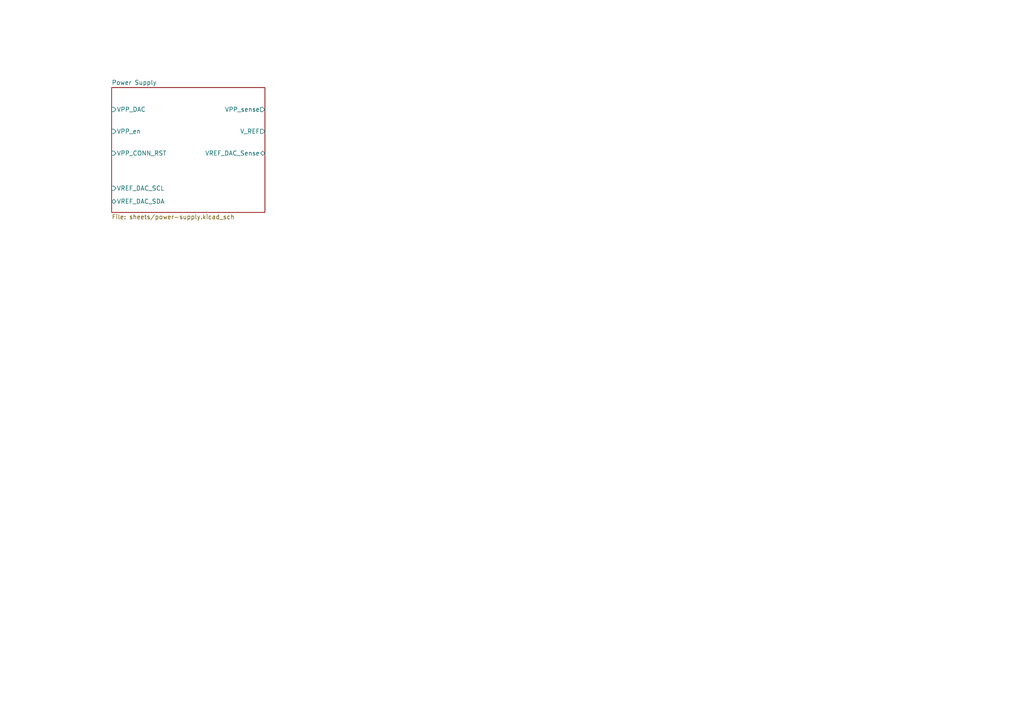
<source format=kicad_sch>
(kicad_sch
	(version 20250114)
	(generator "eeschema")
	(generator_version "9.0")
	(uuid "f57920a5-fee7-4fe5-a133-e8b36941a5a6")
	(paper "A4")
	(lib_symbols)
	(sheet
		(at 32.385 25.4)
		(size 44.45 36.195)
		(exclude_from_sim no)
		(in_bom yes)
		(on_board yes)
		(dnp no)
		(fields_autoplaced yes)
		(stroke
			(width 0.1524)
			(type solid)
		)
		(fill
			(color 0 0 0 0.0000)
		)
		(uuid "68eb6d36-2b61-4a79-8b9e-43cc2ec0c3c5")
		(property "Sheetname" "Power Supply"
			(at 32.385 24.6884 0)
			(effects
				(font
					(size 1.27 1.27)
				)
				(justify left bottom)
			)
		)
		(property "Sheetfile" "sheets/power-supply.kicad_sch"
			(at 32.385 62.1796 0)
			(effects
				(font
					(size 1.27 1.27)
				)
				(justify left top)
			)
		)
		(pin "VPP_CONN_RST" input
			(at 32.385 44.45 180)
			(uuid "8a2efe27-8ebc-4f6a-8b28-c53ce75dbd5c")
			(effects
				(font
					(size 1.27 1.27)
				)
				(justify left)
			)
		)
		(pin "VPP_DAC" input
			(at 32.385 31.75 180)
			(uuid "98240482-33a7-43d3-9136-cf1ab46cba87")
			(effects
				(font
					(size 1.27 1.27)
				)
				(justify left)
			)
		)
		(pin "VPP_en" input
			(at 32.385 38.1 180)
			(uuid "1873746b-d6bf-403f-a64e-7679cc764a7d")
			(effects
				(font
					(size 1.27 1.27)
				)
				(justify left)
			)
		)
		(pin "VPP_sense" output
			(at 76.835 31.75 0)
			(uuid "97e2fd98-7b21-4dfe-834c-7a85467dc9f2")
			(effects
				(font
					(size 1.27 1.27)
				)
				(justify right)
			)
		)
		(pin "VREF_DAC_SCL" input
			(at 32.385 54.61 180)
			(uuid "d245d08d-d8ea-4668-85be-eb89993ce6c9")
			(effects
				(font
					(size 1.27 1.27)
				)
				(justify left)
			)
		)
		(pin "VREF_DAC_SDA" bidirectional
			(at 32.385 58.42 180)
			(uuid "ed2e2bbc-7097-4ba8-8097-3fcb0d295149")
			(effects
				(font
					(size 1.27 1.27)
				)
				(justify left)
			)
		)
		(pin "VREF_DAC_Sense" bidirectional
			(at 76.835 44.45 0)
			(uuid "d3ba2f94-b028-48ec-b8d6-33aa855e0b4c")
			(effects
				(font
					(size 1.27 1.27)
				)
				(justify right)
			)
		)
		(pin "V_REF" output
			(at 76.835 38.1 0)
			(uuid "f9b95339-de0c-493b-a282-f7aca59a5b8c")
			(effects
				(font
					(size 1.27 1.27)
				)
				(justify right)
			)
		)
		(instances
			(project "esp32-didatic-kit"
				(path "/f57920a5-fee7-4fe5-a133-e8b36941a5a6"
					(page "2")
				)
			)
		)
	)
	(sheet_instances
		(path "/"
			(page "1")
		)
	)
	(embedded_fonts no)
)

</source>
